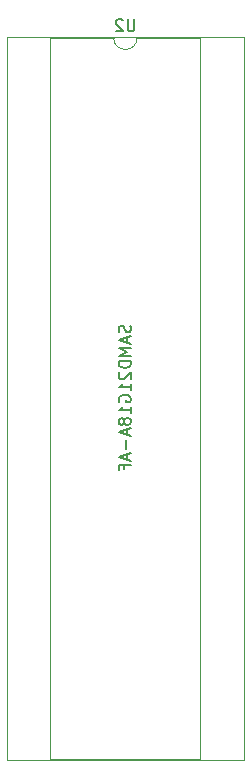
<source format=gbr>
G04 #@! TF.GenerationSoftware,KiCad,Pcbnew,(5.0.0-3-g5ebb6b6)*
G04 #@! TF.CreationDate,2019-01-17T20:41:18+00:00*
G04 #@! TF.ProjectId,Mangler,4D616E676C65722E6B696361645F7063,rev?*
G04 #@! TF.SameCoordinates,Original*
G04 #@! TF.FileFunction,Legend,Bot*
G04 #@! TF.FilePolarity,Positive*
%FSLAX46Y46*%
G04 Gerber Fmt 4.6, Leading zero omitted, Abs format (unit mm)*
G04 Created by KiCad (PCBNEW (5.0.0-3-g5ebb6b6)) date Thursday, 17 January 2019 at 20:41:18*
%MOMM*%
%LPD*%
G01*
G04 APERTURE LIST*
%ADD10C,0.120000*%
%ADD11C,0.150000*%
G04 APERTURE END LIST*
D10*
G04 #@! TO.C,U2*
X50400000Y-36560000D02*
G75*
G03X52400000Y-36560000I1000000J0D01*
G01*
X52400000Y-36560000D02*
X57745000Y-36560000D01*
X57745000Y-36560000D02*
X57745000Y-97640000D01*
X57745000Y-97640000D02*
X45055000Y-97640000D01*
X45055000Y-97640000D02*
X45055000Y-36560000D01*
X45055000Y-36560000D02*
X50400000Y-36560000D01*
X61445000Y-36500000D02*
X61445000Y-97700000D01*
X61445000Y-97700000D02*
X41355000Y-97700000D01*
X41355000Y-97700000D02*
X41355000Y-36500000D01*
X41355000Y-36500000D02*
X61445000Y-36500000D01*
D11*
X52161904Y-35012380D02*
X52161904Y-35821904D01*
X52114285Y-35917142D01*
X52066666Y-35964761D01*
X51971428Y-36012380D01*
X51780952Y-36012380D01*
X51685714Y-35964761D01*
X51638095Y-35917142D01*
X51590476Y-35821904D01*
X51590476Y-35012380D01*
X51161904Y-35107619D02*
X51114285Y-35060000D01*
X51019047Y-35012380D01*
X50780952Y-35012380D01*
X50685714Y-35060000D01*
X50638095Y-35107619D01*
X50590476Y-35202857D01*
X50590476Y-35298095D01*
X50638095Y-35440952D01*
X51209523Y-36012380D01*
X50590476Y-36012380D01*
X51804761Y-60954761D02*
X51852380Y-61097619D01*
X51852380Y-61335714D01*
X51804761Y-61430952D01*
X51757142Y-61478571D01*
X51661904Y-61526190D01*
X51566666Y-61526190D01*
X51471428Y-61478571D01*
X51423809Y-61430952D01*
X51376190Y-61335714D01*
X51328571Y-61145238D01*
X51280952Y-61050000D01*
X51233333Y-61002380D01*
X51138095Y-60954761D01*
X51042857Y-60954761D01*
X50947619Y-61002380D01*
X50900000Y-61050000D01*
X50852380Y-61145238D01*
X50852380Y-61383333D01*
X50900000Y-61526190D01*
X51566666Y-61907142D02*
X51566666Y-62383333D01*
X51852380Y-61811904D02*
X50852380Y-62145238D01*
X51852380Y-62478571D01*
X51852380Y-62811904D02*
X50852380Y-62811904D01*
X51566666Y-63145238D01*
X50852380Y-63478571D01*
X51852380Y-63478571D01*
X51852380Y-63954761D02*
X50852380Y-63954761D01*
X50852380Y-64192857D01*
X50900000Y-64335714D01*
X50995238Y-64430952D01*
X51090476Y-64478571D01*
X51280952Y-64526190D01*
X51423809Y-64526190D01*
X51614285Y-64478571D01*
X51709523Y-64430952D01*
X51804761Y-64335714D01*
X51852380Y-64192857D01*
X51852380Y-63954761D01*
X50947619Y-64907142D02*
X50900000Y-64954761D01*
X50852380Y-65049999D01*
X50852380Y-65288095D01*
X50900000Y-65383333D01*
X50947619Y-65430952D01*
X51042857Y-65478571D01*
X51138095Y-65478571D01*
X51280952Y-65430952D01*
X51852380Y-64859523D01*
X51852380Y-65478571D01*
X51852380Y-66430952D02*
X51852380Y-65859523D01*
X51852380Y-66145238D02*
X50852380Y-66145238D01*
X50995238Y-66049999D01*
X51090476Y-65954761D01*
X51138095Y-65859523D01*
X50900000Y-67383333D02*
X50852380Y-67288095D01*
X50852380Y-67145238D01*
X50900000Y-67002380D01*
X50995238Y-66907142D01*
X51090476Y-66859523D01*
X51280952Y-66811904D01*
X51423809Y-66811904D01*
X51614285Y-66859523D01*
X51709523Y-66907142D01*
X51804761Y-67002380D01*
X51852380Y-67145238D01*
X51852380Y-67240476D01*
X51804761Y-67383333D01*
X51757142Y-67430952D01*
X51423809Y-67430952D01*
X51423809Y-67240476D01*
X51852380Y-68383333D02*
X51852380Y-67811904D01*
X51852380Y-68097619D02*
X50852380Y-68097619D01*
X50995238Y-68002380D01*
X51090476Y-67907142D01*
X51138095Y-67811904D01*
X51280952Y-68954761D02*
X51233333Y-68859523D01*
X51185714Y-68811904D01*
X51090476Y-68764285D01*
X51042857Y-68764285D01*
X50947619Y-68811904D01*
X50900000Y-68859523D01*
X50852380Y-68954761D01*
X50852380Y-69145238D01*
X50900000Y-69240476D01*
X50947619Y-69288095D01*
X51042857Y-69335714D01*
X51090476Y-69335714D01*
X51185714Y-69288095D01*
X51233333Y-69240476D01*
X51280952Y-69145238D01*
X51280952Y-68954761D01*
X51328571Y-68859523D01*
X51376190Y-68811904D01*
X51471428Y-68764285D01*
X51661904Y-68764285D01*
X51757142Y-68811904D01*
X51804761Y-68859523D01*
X51852380Y-68954761D01*
X51852380Y-69145238D01*
X51804761Y-69240476D01*
X51757142Y-69288095D01*
X51661904Y-69335714D01*
X51471428Y-69335714D01*
X51376190Y-69288095D01*
X51328571Y-69240476D01*
X51280952Y-69145238D01*
X51566666Y-69716666D02*
X51566666Y-70192857D01*
X51852380Y-69621428D02*
X50852380Y-69954761D01*
X51852380Y-70288095D01*
X51471428Y-70621428D02*
X51471428Y-71383333D01*
X51566666Y-71811904D02*
X51566666Y-72288095D01*
X51852380Y-71716666D02*
X50852380Y-72050000D01*
X51852380Y-72383333D01*
X51328571Y-73050000D02*
X51328571Y-72716666D01*
X51852380Y-72716666D02*
X50852380Y-72716666D01*
X50852380Y-73192857D01*
G04 #@! TD*
M02*

</source>
